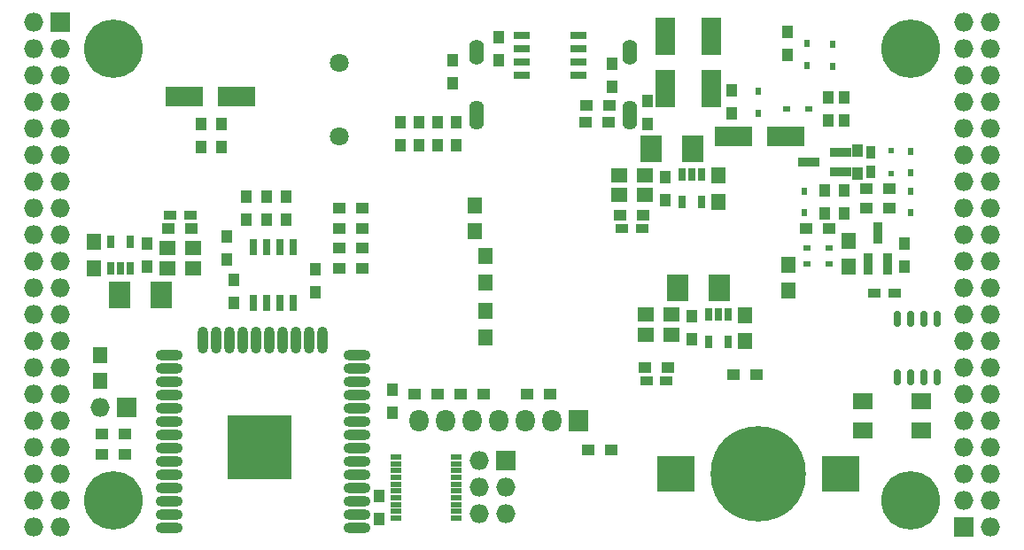
<source format=gbs>
G04 #@! TF.FileFunction,Soldermask,Bot*
%FSLAX46Y46*%
G04 Gerber Fmt 4.6, Leading zero omitted, Abs format (unit mm)*
G04 Created by KiCad (PCBNEW 4.0.7+dfsg1-1) date Wed Oct  4 16:48:49 2017*
%MOMM*%
%LPD*%
G01*
G04 APERTURE LIST*
%ADD10C,0.100000*%
%ADD11R,1.900000X3.600000*%
%ADD12R,1.000000X1.300000*%
%ADD13R,2.100000X2.600000*%
%ADD14R,0.800000X1.300000*%
%ADD15R,1.350000X1.600000*%
%ADD16R,1.600000X1.350000*%
%ADD17O,0.709600X1.573200*%
%ADD18R,0.900000X2.000000*%
%ADD19R,2.000000X0.900000*%
%ADD20R,1.300000X0.850000*%
%ADD21R,0.850000X1.300000*%
%ADD22R,1.300000X1.000000*%
%ADD23R,0.700000X1.650000*%
%ADD24R,1.650000X0.700000*%
%ADD25O,2.600000X1.000000*%
%ADD26O,1.000000X2.600000*%
%ADD27R,6.100000X6.100000*%
%ADD28R,1.827200X1.827200*%
%ADD29O,1.827200X1.827200*%
%ADD30C,5.600000*%
%ADD31R,1.100000X0.500000*%
%ADD32R,1.827200X2.132000*%
%ADD33O,1.827200X2.132000*%
%ADD34R,3.600000X3.400000*%
%ADD35C,9.100000*%
%ADD36C,1.800000*%
%ADD37O,1.400000X2.800000*%
%ADD38O,1.400000X2.400000*%
%ADD39R,1.900000X1.500000*%
%ADD40R,0.600000X0.600000*%
%ADD41R,0.700000X0.550000*%
%ADD42R,0.550000X0.700000*%
%ADD43R,3.600000X1.900000*%
G04 APERTURE END LIST*
D10*
D11*
X155695000Y-69000000D03*
X155695000Y-64000000D03*
D12*
X154044000Y-72426000D03*
X154044000Y-70226000D03*
D13*
X160870000Y-88090000D03*
X156870000Y-88090000D03*
D14*
X159825000Y-90600000D03*
X160775000Y-90600000D03*
X161725000Y-90600000D03*
X161725000Y-93200000D03*
X159825000Y-93200000D03*
D13*
X158330000Y-74755000D03*
X154330000Y-74755000D03*
D14*
X157285000Y-77235000D03*
X158235000Y-77235000D03*
X159185000Y-77235000D03*
X159185000Y-79835000D03*
X157285000Y-79835000D03*
D13*
X103530000Y-88725000D03*
X107530000Y-88725000D03*
D14*
X104575000Y-86215000D03*
X103625000Y-86215000D03*
X102675000Y-86215000D03*
X102675000Y-83615000D03*
X104575000Y-83615000D03*
D15*
X101085000Y-83665000D03*
X101085000Y-86165000D03*
D16*
X153810000Y-90630000D03*
X156310000Y-90630000D03*
X153810000Y-92535000D03*
X156310000Y-92535000D03*
D15*
X163315000Y-93150000D03*
X163315000Y-90650000D03*
D16*
X151270000Y-79200000D03*
X153770000Y-79200000D03*
X151270000Y-77295000D03*
X153770000Y-77295000D03*
D15*
X160775000Y-79815000D03*
X160775000Y-77315000D03*
D16*
X110590000Y-84280000D03*
X108090000Y-84280000D03*
X110590000Y-86185000D03*
X108090000Y-86185000D03*
D17*
X181730000Y-96599000D03*
X180460000Y-96599000D03*
X179190000Y-96599000D03*
X177920000Y-96599000D03*
X177920000Y-91011000D03*
X179190000Y-91011000D03*
X180460000Y-91011000D03*
X181730000Y-91011000D03*
D15*
X173221000Y-86038000D03*
X173221000Y-83538000D03*
D18*
X176965000Y-85780000D03*
X175065000Y-85780000D03*
X176015000Y-82780000D03*
D19*
X172435000Y-75075000D03*
X172435000Y-76975000D03*
X169435000Y-76025000D03*
D20*
X153910000Y-96910000D03*
X155810000Y-96910000D03*
X151570000Y-82375000D03*
X153470000Y-82375000D03*
X110290000Y-81105000D03*
X108390000Y-81105000D03*
D21*
X175380000Y-75075000D03*
X175380000Y-76975000D03*
D22*
X169200000Y-82375000D03*
X171400000Y-82375000D03*
D12*
X172840000Y-80935000D03*
X172840000Y-78735000D03*
D22*
X177115000Y-80470000D03*
X174915000Y-80470000D03*
D12*
X174110000Y-74925000D03*
X174110000Y-77125000D03*
X178555000Y-83815000D03*
X178555000Y-86015000D03*
X113785000Y-83180000D03*
X113785000Y-85380000D03*
X170935000Y-80935000D03*
X170935000Y-78735000D03*
X128390000Y-107945000D03*
X128390000Y-110145000D03*
D22*
X150572000Y-103584000D03*
X148372000Y-103584000D03*
X177115000Y-78565000D03*
X174915000Y-78565000D03*
X153760000Y-95640000D03*
X155960000Y-95640000D03*
X110440000Y-82375000D03*
X108240000Y-82375000D03*
X151420000Y-81105000D03*
X153620000Y-81105000D03*
D12*
X158235000Y-90800000D03*
X158235000Y-93000000D03*
X106165000Y-86015000D03*
X106165000Y-83815000D03*
X155695000Y-77465000D03*
X155695000Y-79665000D03*
D22*
X126782000Y-86185000D03*
X124582000Y-86185000D03*
X126782000Y-84279000D03*
X124582000Y-84279000D03*
X126782000Y-82375000D03*
X124582000Y-82375000D03*
X126782000Y-80470000D03*
X124582000Y-80470000D03*
D12*
X130422000Y-74458000D03*
X130422000Y-72258000D03*
X132200000Y-74458000D03*
X132200000Y-72258000D03*
X133978000Y-74458000D03*
X133978000Y-72258000D03*
X135756000Y-74458000D03*
X135756000Y-72258000D03*
D23*
X116325000Y-84120000D03*
X117595000Y-84120000D03*
X118865000Y-84120000D03*
X120135000Y-84120000D03*
X120135000Y-89520000D03*
X118865000Y-89520000D03*
X117595000Y-89520000D03*
X116325000Y-89520000D03*
D20*
X175700000Y-88598000D03*
X177600000Y-88598000D03*
D24*
X141980000Y-67705000D03*
X141980000Y-66435000D03*
X141980000Y-65165000D03*
X141980000Y-63895000D03*
X147380000Y-63895000D03*
X147380000Y-65165000D03*
X147380000Y-66435000D03*
X147380000Y-67705000D03*
D25*
X126260434Y-111030338D03*
X126260434Y-109760338D03*
X126260434Y-108490338D03*
X126260434Y-107220338D03*
X126260434Y-105950338D03*
X126260434Y-104680338D03*
X126260434Y-103410338D03*
X126260434Y-102140338D03*
X126260434Y-100870338D03*
X126260434Y-99600338D03*
X126260434Y-98330338D03*
X126260434Y-97060338D03*
X126260434Y-95790338D03*
X126260434Y-94520338D03*
D26*
X122975434Y-93030338D03*
X121705434Y-93030338D03*
X120435434Y-93030338D03*
X119165434Y-93030338D03*
X117895434Y-93030338D03*
X116625434Y-93030338D03*
X115355434Y-93030338D03*
X114085434Y-93030338D03*
X112815434Y-93030338D03*
X111545434Y-93030338D03*
D25*
X108260434Y-94520338D03*
X108260434Y-95790338D03*
X108260434Y-97060338D03*
X108260434Y-98330338D03*
X108260434Y-99600338D03*
X108260434Y-100870338D03*
X108260434Y-102140338D03*
X108260434Y-103410338D03*
X108260434Y-104680338D03*
X108260434Y-105950338D03*
X108260434Y-107220338D03*
X108260434Y-108490338D03*
X108260434Y-109760338D03*
X108260434Y-111030338D03*
D27*
X116960434Y-103330338D03*
D28*
X97910000Y-62690000D03*
D29*
X95370000Y-62690000D03*
X97910000Y-65230000D03*
X95370000Y-65230000D03*
X97910000Y-67770000D03*
X95370000Y-67770000D03*
X97910000Y-70310000D03*
X95370000Y-70310000D03*
X97910000Y-72850000D03*
X95370000Y-72850000D03*
X97910000Y-75390000D03*
X95370000Y-75390000D03*
X97910000Y-77930000D03*
X95370000Y-77930000D03*
X97910000Y-80470000D03*
X95370000Y-80470000D03*
X97910000Y-83010000D03*
X95370000Y-83010000D03*
X97910000Y-85550000D03*
X95370000Y-85550000D03*
X97910000Y-88090000D03*
X95370000Y-88090000D03*
X97910000Y-90630000D03*
X95370000Y-90630000D03*
X97910000Y-93170000D03*
X95370000Y-93170000D03*
X97910000Y-95710000D03*
X95370000Y-95710000D03*
X97910000Y-98250000D03*
X95370000Y-98250000D03*
X97910000Y-100790000D03*
X95370000Y-100790000D03*
X97910000Y-103330000D03*
X95370000Y-103330000D03*
X97910000Y-105870000D03*
X95370000Y-105870000D03*
X97910000Y-108410000D03*
X95370000Y-108410000D03*
X97910000Y-110950000D03*
X95370000Y-110950000D03*
D28*
X184270000Y-110950000D03*
D29*
X186810000Y-110950000D03*
X184270000Y-108410000D03*
X186810000Y-108410000D03*
X184270000Y-105870000D03*
X186810000Y-105870000D03*
X184270000Y-103330000D03*
X186810000Y-103330000D03*
X184270000Y-100790000D03*
X186810000Y-100790000D03*
X184270000Y-98250000D03*
X186810000Y-98250000D03*
X184270000Y-95710000D03*
X186810000Y-95710000D03*
X184270000Y-93170000D03*
X186810000Y-93170000D03*
X184270000Y-90630000D03*
X186810000Y-90630000D03*
X184270000Y-88090000D03*
X186810000Y-88090000D03*
X184270000Y-85550000D03*
X186810000Y-85550000D03*
X184270000Y-83010000D03*
X186810000Y-83010000D03*
X184270000Y-80470000D03*
X186810000Y-80470000D03*
X184270000Y-77930000D03*
X186810000Y-77930000D03*
X184270000Y-75390000D03*
X186810000Y-75390000D03*
X184270000Y-72850000D03*
X186810000Y-72850000D03*
X184270000Y-70310000D03*
X186810000Y-70310000D03*
X184270000Y-67770000D03*
X186810000Y-67770000D03*
X184270000Y-65230000D03*
X186810000Y-65230000D03*
X184270000Y-62690000D03*
X186810000Y-62690000D03*
D30*
X102990000Y-108410000D03*
X179190000Y-108410000D03*
X179190000Y-65230000D03*
X102990000Y-65230000D03*
D12*
X162045000Y-71410000D03*
X162045000Y-69210000D03*
X139820000Y-66330000D03*
X139820000Y-64130000D03*
X135375000Y-68532000D03*
X135375000Y-66332000D03*
X150615000Y-68870000D03*
X150615000Y-66670000D03*
D22*
X150275000Y-72215000D03*
X148075000Y-72215000D03*
X150380000Y-70600000D03*
X148180000Y-70600000D03*
D31*
X135735000Y-104215000D03*
X135735000Y-104865000D03*
X135735000Y-105515000D03*
X135735000Y-106165000D03*
X135735000Y-106815000D03*
X135735000Y-107465000D03*
X135735000Y-108115000D03*
X135735000Y-108765000D03*
X135735000Y-109415000D03*
X135735000Y-110065000D03*
X129935000Y-110065000D03*
X129935000Y-109415000D03*
X129935000Y-108765000D03*
X129935000Y-108115000D03*
X129935000Y-107465000D03*
X129935000Y-106815000D03*
X129935000Y-106165000D03*
X129935000Y-105515000D03*
X129935000Y-104865000D03*
X129935000Y-104215000D03*
D12*
X119500000Y-79370000D03*
X119500000Y-81570000D03*
X114480000Y-89500000D03*
X114480000Y-87300000D03*
X129660000Y-99985000D03*
X129660000Y-97785000D03*
X117595000Y-79370000D03*
X117595000Y-81570000D03*
X122280000Y-86300000D03*
X122280000Y-88500000D03*
X115690000Y-79370000D03*
X115690000Y-81570000D03*
D22*
X144730000Y-98250000D03*
X142530000Y-98250000D03*
X138380000Y-98250000D03*
X136180000Y-98250000D03*
X133935000Y-98250000D03*
X131735000Y-98250000D03*
X101890000Y-103965000D03*
X104090000Y-103965000D03*
D28*
X104260000Y-99520000D03*
D29*
X101720000Y-99520000D03*
D22*
X101890000Y-102060000D03*
X104090000Y-102060000D03*
D15*
X167506000Y-88324000D03*
X167506000Y-85824000D03*
D22*
X164415000Y-96345000D03*
X162215000Y-96345000D03*
D12*
X167379000Y-65822000D03*
X167379000Y-63622000D03*
D28*
X140455000Y-104600000D03*
D29*
X137915000Y-104600000D03*
X140455000Y-107140000D03*
X137915000Y-107140000D03*
X140455000Y-109680000D03*
X137915000Y-109680000D03*
D15*
X138550000Y-90269000D03*
X138550000Y-92769000D03*
X137480000Y-82650000D03*
X137480000Y-80150000D03*
X138550000Y-85042000D03*
X138550000Y-87542000D03*
X101720000Y-94460000D03*
X101720000Y-96960000D03*
D12*
X113277000Y-74585000D03*
X113277000Y-72385000D03*
X111372000Y-74585000D03*
X111372000Y-72385000D03*
X172840000Y-72045000D03*
X172840000Y-69845000D03*
X171316000Y-72045000D03*
X171316000Y-69845000D03*
D32*
X147440000Y-100790000D03*
D33*
X144900000Y-100790000D03*
X142360000Y-100790000D03*
X139820000Y-100790000D03*
X137280000Y-100790000D03*
X134740000Y-100790000D03*
X132200000Y-100790000D03*
D34*
X172485000Y-105870000D03*
X156685000Y-105870000D03*
D35*
X164585000Y-105870000D03*
D36*
X124580000Y-66540000D03*
X124580000Y-73540000D03*
D37*
X152280000Y-71550000D03*
X137680000Y-71550000D03*
D38*
X137680000Y-65500000D03*
X152280000Y-65500000D03*
D39*
X180212000Y-98882000D03*
X174612000Y-98882000D03*
X174612000Y-101682000D03*
X180212000Y-101682000D03*
D40*
X177285000Y-74925000D03*
X177285000Y-77125000D03*
D41*
X169250000Y-84280000D03*
X171350000Y-84280000D03*
D42*
X179190000Y-80885000D03*
X179190000Y-78785000D03*
X169030000Y-80885000D03*
X169030000Y-78785000D03*
D41*
X171350000Y-85804000D03*
X169250000Y-85804000D03*
D42*
X179190000Y-77075000D03*
X179190000Y-74975000D03*
D41*
X167345000Y-70945000D03*
X169445000Y-70945000D03*
D42*
X164585000Y-69260000D03*
X164585000Y-71360000D03*
X169284000Y-66788000D03*
X169284000Y-64688000D03*
X171697000Y-66881000D03*
X171697000Y-64781000D03*
D43*
X109761000Y-69802000D03*
X114761000Y-69802000D03*
X167212000Y-73612000D03*
X162212000Y-73612000D03*
D11*
X160140000Y-64000000D03*
X160140000Y-69000000D03*
M02*

</source>
